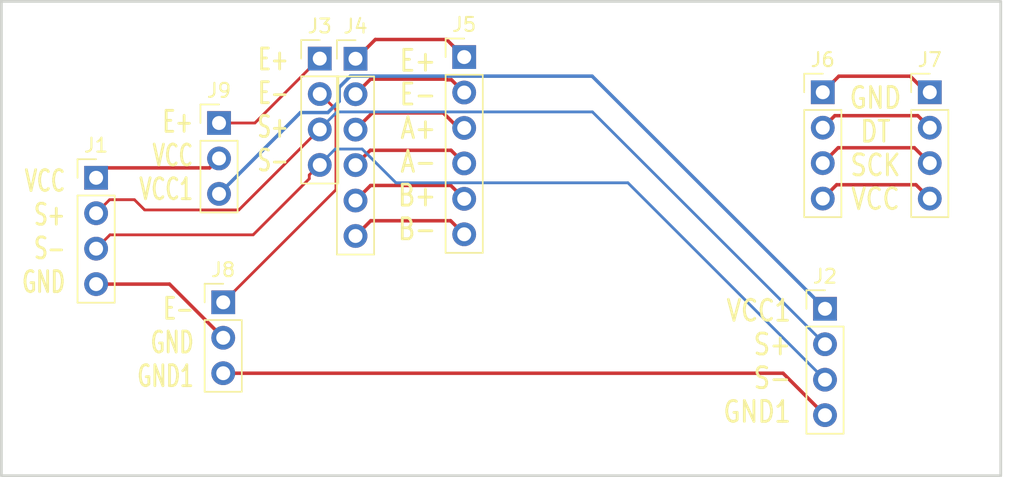
<source format=kicad_pcb>
(kicad_pcb (version 20211014) (generator pcbnew)
  (layers (0 "F.Cu" signal) (31 "B.Cu" signal) (34 "B.Paste" user) (35 "F.Paste" user) (36 "B.SilkS" user "B.Silkscreen") (37 "F.SilkS" user "F.Silkscreen") (38 "B.Mask" user) (39 "F.Mask" user) (44 "Edge.Cuts" user))
  (net 0 "")
  (net 1 "Vcc")
  (net 2 "S+")
  (net 3 "S-")
  (net 4 "Gnd")
  (net 5 "Vcc1")
  (net 6 "Gnd1")
  (net 7 "E+")
  (net 8 "E-")
  (net 9 "Net-(J4-Pad1)")
  (net 10 "Net-(J4-Pad2)")
  (net 11 "Net-(J4-Pad3)")
  (net 12 "Net-(J4-Pad4)")
  (net 13 "Net-(J4-Pad5)")
  (net 14 "Net-(J4-Pad6)")
  (net 15 "Net-(J6-Pad1)")
  (net 16 "Net-(J6-Pad2)")
  (net 17 "Net-(J6-Pad3)")
  (net 18 "Net-(J6-Pad4)")
  (footprint "Connector_PinHeader_2.54mm:PinHeader_1x04_P2.54mm_Vertical" (layer "F.Cu") (at 153.98 92.39)
    (fp_text reference "J2" (at 0 -2.33) (layer "F.SilkS"))
    (fp_text value "Conn_01x04_Male")
    (fp_line (start -1.33 0) (end -1.33 -1.33) (layer "F.SilkS") (width 0.12))
    (fp_line (start 1.33 1.27) (end 1.33 8.95) (layer "F.SilkS") (width 0.12))
    (fp_line (start -1.33 -1.33) (end 0 -1.33) (layer "F.SilkS") (width 0.12))
    (fp_line (start -1.33 8.95) (end 1.33 8.95) (layer "F.SilkS") (width 0.12))
    (fp_line (start -1.33 1.27) (end 1.33 1.27) (layer "F.SilkS") (width 0.12))
    (fp_line (start -1.33 1.27) (end -1.33 8.95) (layer "F.SilkS") (width 0.12))
    (pad "1" thru_hole rect (at 0 0) (size 1.7 1.7) (drill 1) (layers *.Cu *.Mask) (net 5 "Vcc1"))
    (pad "2" thru_hole oval (at 0 2.54) (size 1.7 1.7) (drill 1) (layers *.Cu *.Mask) (net 2 "S+"))
    (pad "3" thru_hole oval (at 0 5.08) (size 1.7 1.7) (drill 1) (layers *.Cu *.Mask) (net 3 "S-"))
    (pad "4" thru_hole oval (at 0 7.62) (size 1.7 1.7) (drill 1) (layers *.Cu *.Mask) (net 6 "Gnd1"))
  )
  (footprint "Connector_PinHeader_2.54mm:PinHeader_1x03_P2.54mm_Vertical" (layer "F.Cu") (at 110.9 91.925)
    (fp_text reference "J8" (at 0 -2.33) (layer "F.SilkS"))
    (fp_text value "Conn_01x03_Male")
    (fp_line (start -1.33 0) (end -1.33 -1.33) (layer "F.SilkS") (width 0.12))
    (fp_line (start -1.33 1.27) (end -1.33 6.41) (layer "F.SilkS") (width 0.12))
    (fp_line (start 1.33 1.27) (end 1.33 6.41) (layer "F.SilkS") (width 0.12))
    (fp_line (start -1.33 -1.33) (end 0 -1.33) (layer "F.SilkS") (width 0.12))
    (fp_line (start -1.33 6.41) (end 1.33 6.41) (layer "F.SilkS") (width 0.12))
    (fp_line (start -1.33 1.27) (end 1.33 1.27) (layer "F.SilkS") (width 0.12))
    (pad "1" thru_hole rect (at 0 0) (size 1.7 1.7) (drill 1) (layers *.Cu *.Mask) (net 8 "E-"))
    (pad "2" thru_hole oval (at 0 2.54) (size 1.7 1.7) (drill 1) (layers *.Cu *.Mask) (net 4 "Gnd"))
    (pad "3" thru_hole oval (at 0 5.08) (size 1.7 1.7) (drill 1) (layers *.Cu *.Mask) (net 6 "Gnd1"))
  )
  (footprint "Connector_PinHeader_2.54mm:PinHeader_1x04_P2.54mm_Vertical" (layer "F.Cu") (at 101.8 83)
    (fp_text reference "J1" (at 0 -2.33) (layer "F.SilkS"))
    (fp_text value "Conn_01x04_Male")
    (fp_line (start -1.33 0) (end -1.33 -1.33) (layer "F.SilkS") (width 0.12))
    (fp_line (start -1.33 1.27) (end -1.33 8.95) (layer "F.SilkS") (width 0.12))
    (fp_line (start -1.33 -1.33) (end 0 -1.33) (layer "F.SilkS") (width 0.12))
    (fp_line (start -1.33 1.27) (end 1.33 1.27) (layer "F.SilkS") (width 0.12))
    (fp_line (start -1.33 8.95) (end 1.33 8.95) (layer "F.SilkS") (width 0.12))
    (fp_line (start 1.33 1.27) (end 1.33 8.95) (layer "F.SilkS") (width 0.12))
    (pad "1" thru_hole rect (at 0 0) (size 1.7 1.7) (drill 1) (layers *.Cu *.Mask) (net 1 "Vcc"))
    (pad "2" thru_hole oval (at 0 2.54) (size 1.7 1.7) (drill 1) (layers *.Cu *.Mask) (net 2 "S+"))
    (pad "3" thru_hole oval (at 0 5.08) (size 1.7 1.7) (drill 1) (layers *.Cu *.Mask) (net 3 "S-"))
    (pad "4" thru_hole oval (at 0 7.62) (size 1.7 1.7) (drill 1) (layers *.Cu *.Mask) (net 4 "Gnd"))
  )
  (footprint "Connector_PinHeader_2.54mm:PinHeader_1x03_P2.54mm_Vertical" (layer "F.Cu") (at 110.6 79.075)
    (fp_text reference "J9" (at 0 -2.33) (layer "F.SilkS"))
    (fp_text value "Conn_01x03_Male")
    (fp_line (start -1.33 0) (end -1.33 -1.33) (layer "F.SilkS") (width 0.12))
    (fp_line (start 1.33 1.27) (end 1.33 6.41) (layer "F.SilkS") (width 0.12))
    (fp_line (start -1.33 -1.33) (end 0 -1.33) (layer "F.SilkS") (width 0.12))
    (fp_line (start -1.33 1.27) (end 1.33 1.27) (layer "F.SilkS") (width 0.12))
    (fp_line (start -1.33 1.27) (end -1.33 6.41) (layer "F.SilkS") (width 0.12))
    (fp_line (start -1.33 6.41) (end 1.33 6.41) (layer "F.SilkS") (width 0.12))
    (pad "1" thru_hole rect (at 0 0) (size 1.7 1.7) (drill 1) (layers *.Cu *.Mask) (net 7 "E+"))
    (pad "2" thru_hole oval (at 0 2.54) (size 1.7 1.7) (drill 1) (layers *.Cu *.Mask) (net 1 "Vcc"))
    (pad "3" thru_hole oval (at 0 5.08) (size 1.7 1.7) (drill 1) (layers *.Cu *.Mask) (net 5 "Vcc1"))
  )
  (footprint "Connector_PinHeader_2.54mm:PinHeader_1x06_P2.54mm_Vertical" (layer "F.Cu") (at 120.37 74.47)
    (fp_text reference "J4" (at 0 -2.33) (layer "F.SilkS"))
    (fp_text value "Conn_01x06_Male")
    (fp_line (start -1.33 -1.33) (end 0 -1.33) (layer "F.SilkS") (width 0.12))
    (fp_line (start -1.33 14.03) (end 1.33 14.03) (layer "F.SilkS") (width 0.12))
    (fp_line (start -1.33 0) (end -1.33 -1.33) (layer "F.SilkS") (width 0.12))
    (fp_line (start -1.33 1.27) (end -1.33 14.03) (layer "F.SilkS") (width 0.12))
    (fp_line (start 1.33 1.27) (end 1.33 14.03) (layer "F.SilkS") (width 0.12))
    (fp_line (start -1.33 1.27) (end 1.33 1.27) (layer "F.SilkS") (width 0.12))
    (pad "1" thru_hole rect (at 0 0) (size 1.7 1.7) (drill 1) (layers *.Cu *.Mask) (net 9 "Net-(J4-Pad1)"))
    (pad "2" thru_hole oval (at 0 2.54) (size 1.7 1.7) (drill 1) (layers *.Cu *.Mask) (net 10 "Net-(J4-Pad2)"))
    (pad "3" thru_hole oval (at 0 5.08) (size 1.7 1.7) (drill 1) (layers *.Cu *.Mask) (net 11 "Net-(J4-Pad3)"))
    (pad "4" thru_hole oval (at 0 7.62) (size 1.7 1.7) (drill 1) (layers *.Cu *.Mask) (net 12 "Net-(J4-Pad4)"))
    (pad "5" thru_hole oval (at 0 10.16) (size 1.7 1.7) (drill 1) (layers *.Cu *.Mask) (net 13 "Net-(J4-Pad5)"))
    (pad "6" thru_hole oval (at 0 12.7) (size 1.7 1.7) (drill 1) (layers *.Cu *.Mask) (net 14 "Net-(J4-Pad6)"))
  )
  (footprint "Connector_PinHeader_2.54mm:PinHeader_1x04_P2.54mm_Vertical" (layer "F.Cu") (at 117.81 74.46)
    (fp_text reference "J3" (at 0 -2.33) (layer "F.SilkS"))
    (fp_text value "Conn_01x04_Male")
    (fp_line (start -1.33 1.27) (end -1.33 8.95) (layer "F.SilkS") (width 0.12))
    (fp_line (start -1.33 0) (end -1.33 -1.33) (layer "F.SilkS") (width 0.12))
    (fp_line (start -1.33 8.95) (end 1.33 8.95) (layer "F.SilkS") (width 0.12))
    (fp_line (start -1.33 1.27) (end 1.33 1.27) (layer "F.SilkS") (width 0.12))
    (fp_line (start 1.33 1.27) (end 1.33 8.95) (layer "F.SilkS") (width 0.12))
    (fp_line (start -1.33 -1.33) (end 0 -1.33) (layer "F.SilkS") (width 0.12))
    (pad "1" thru_hole rect (at 0 0) (size 1.7 1.7) (drill 1) (layers *.Cu *.Mask) (net 7 "E+"))
    (pad "2" thru_hole oval (at 0 2.54) (size 1.7 1.7) (drill 1) (layers *.Cu *.Mask) (net 8 "E-"))
    (pad "3" thru_hole oval (at 0 5.08) (size 1.7 1.7) (drill 1) (layers *.Cu *.Mask) (net 2 "S+"))
    (pad "4" thru_hole oval (at 0 7.62) (size 1.7 1.7) (drill 1) (layers *.Cu *.Mask) (net 3 "S-"))
  )
  (footprint "Connector_PinHeader_2.54mm:PinHeader_1x04_P2.54mm_Vertical" (layer "F.Cu") (at 161.48 76.87)
    (fp_text reference "J7" (at 0 -2.33) (layer "F.SilkS"))
    (fp_text value "Conn_01x04_Male")
    (fp_line (start 1.33 1.27) (end 1.33 8.95) (layer "F.SilkS") (width 0.12))
    (fp_line (start -1.33 -1.33) (end 0 -1.33) (layer "F.SilkS") (width 0.12))
    (fp_line (start -1.33 8.95) (end 1.33 8.95) (layer "F.SilkS") (width 0.12))
    (fp_line (start -1.33 1.27) (end 1.33 1.27) (layer "F.SilkS") (width 0.12))
    (fp_line (start -1.33 1.27) (end -1.33 8.95) (layer "F.SilkS") (width 0.12))
    (fp_line (start -1.33 0) (end -1.33 -1.33) (layer "F.SilkS") (width 0.12))
    (pad "1" thru_hole rect (at 0 0) (size 1.7 1.7) (drill 1) (layers *.Cu *.Mask) (net 15 "Net-(J6-Pad1)"))
    (pad "2" thru_hole oval (at 0 2.54) (size 1.7 1.7) (drill 1) (layers *.Cu *.Mask) (net 16 "Net-(J6-Pad2)"))
    (pad "3" thru_hole oval (at 0 5.08) (size 1.7 1.7) (drill 1) (layers *.Cu *.Mask) (net 17 "Net-(J6-Pad3)"))
    (pad "4" thru_hole oval (at 0 7.62) (size 1.7 1.7) (drill 1) (layers *.Cu *.Mask) (net 18 "Net-(J6-Pad4)"))
  )
  (footprint "Connector_PinHeader_2.54mm:PinHeader_1x04_P2.54mm_Vertical" (layer "F.Cu") (at 153.82 76.87)
    (fp_text reference "J6" (at 0 -2.33) (layer "F.SilkS"))
    (fp_text value "Conn_01x04_Male")
    (fp_line (start -1.33 1.27) (end 1.33 1.27) (layer "F.SilkS") (width 0.12))
    (fp_line (start -1.33 8.95) (end 1.33 8.95) (layer "F.SilkS") (width 0.12))
    (fp_line (start 1.33 1.27) (end 1.33 8.95) (layer "F.SilkS") (width 0.12))
    (fp_line (start -1.33 -1.33) (end 0 -1.33) (layer "F.SilkS") (width 0.12))
    (fp_line (start -1.33 1.27) (end -1.33 8.95) (layer "F.SilkS") (width 0.12))
    (fp_line (start -1.33 0) (end -1.33 -1.33) (layer "F.SilkS") (width 0.12))
    (pad "1" thru_hole rect (at 0 0) (size 1.7 1.7) (drill 1) (layers *.Cu *.Mask) (net 15 "Net-(J6-Pad1)"))
    (pad "2" thru_hole oval (at 0 2.54) (size 1.7 1.7) (drill 1) (layers *.Cu *.Mask) (net 16 "Net-(J6-Pad2)"))
    (pad "3" thru_hole oval (at 0 5.08) (size 1.7 1.7) (drill 1) (layers *.Cu *.Mask) (net 17 "Net-(J6-Pad3)"))
    (pad "4" thru_hole oval (at 0 7.62) (size 1.7 1.7) (drill 1) (layers *.Cu *.Mask) (net 18 "Net-(J6-Pad4)"))
  )
  (footprint "Connector_PinHeader_2.54mm:PinHeader_1x06_P2.54mm_Vertical" (layer "F.Cu") (at 128.15 74.35)
    (fp_text reference "J5" (at 0 -2.33) (layer "F.SilkS"))
    (fp_text value "Conn_01x06_Male")
    (fp_line (start 1.33 1.27) (end 1.33 14.03) (layer "F.SilkS") (width 0.12))
    (fp_line (start -1.33 14.03) (end 1.33 14.03) (layer "F.SilkS") (width 0.12))
    (fp_line (start -1.33 1.27) (end 1.33 1.27) (layer "F.SilkS") (width 0.12))
    (fp_line (start -1.33 0) (end -1.33 -1.33) (layer "F.SilkS") (width 0.12))
    (fp_line (start -1.33 1.27) (end -1.33 14.03) (layer "F.SilkS") (width 0.12))
    (fp_line (start -1.33 -1.33) (end 0 -1.33) (layer "F.SilkS") (width 0.12))
    (pad "1" thru_hole rect (at 0 0) (size 1.7 1.7) (drill 1) (layers *.Cu *.Mask) (net 9 "Net-(J4-Pad1)"))
    (pad "2" thru_hole oval (at 0 2.54) (size 1.7 1.7) (drill 1) (layers *.Cu *.Mask) (net 10 "Net-(J4-Pad2)"))
    (pad "3" thru_hole oval (at 0 5.08) (size 1.7 1.7) (drill 1) (layers *.Cu *.Mask) (net 11 "Net-(J4-Pad3)"))
    (pad "4" thru_hole oval (at 0 7.62) (size 1.7 1.7) (drill 1) (layers *.Cu *.Mask) (net 12 "Net-(J4-Pad4)"))
    (pad "5" thru_hole oval (at 0 10.16) (size 1.7 1.7) (drill 1) (layers *.Cu *.Mask) (net 13 "Net-(J4-Pad5)"))
    (pad "6" thru_hole oval (at 0 12.7) (size 1.7 1.7) (drill 1) (layers *.Cu *.Mask) (net 14 "Net-(J4-Pad6)"))
  )
  (gr_rect (start 166.56 104.35) (end 95.02 70.36) (layer "Edge.Cuts") (width 0.2) (fill none))
  (gr_text "E+\nE-\nA+\nA-\nB+\nB-" (at 126.25 80.65) (layer "F.SilkS") (effects (font (size 1.5 1.2) (thickness 0.2)) (justify right)))
  (gr_text "GND\nDT\nSCK\nVCC" (at 157.59 80.9) (layer "F.SilkS") (effects (font (size 1.5 1.2) (thickness 0.2))))
  (gr_text "VCC\nS+\nS-\nGND" (at 99.7 86.85) (layer "F.SilkS") (effects (font (size 1.5 1) (thickness 0.2)) (justify right)))
  (gr_text "VCC1\nS+\nS-\nGND1" (at 151.65 96.15) (layer "F.SilkS") (effects (font (size 1.5 1.2) (thickness 0.2)) (justify right)))
  (gr_text "E+\nE-\nS+\nS-" (at 115.69 78.14) (layer "F.SilkS") (effects (font (size 1.5 1) (thickness 0.2)) (justify right)))
  (gr_text "E-\nGND\nGND1\n" (at 108.9 94.8) (layer "F.SilkS") (effects (font (size 1.5 1) (thickness 0.2)) (justify right)))
  (gr_text "E+\nVCC\nVCC1" (at 108.85 81.4) (layer "F.SilkS") (effects (font (size 1.5 1) (thickness 0.2)) (justify right)))
  (segment (start 109.925 82.29) (end 110.6 81.615) (width 0.25) (layer "F.Cu") (net 1))
  (segment (start 102.51 82.29) (end 109.925 82.29) (width 0.25) (layer "F.Cu") (net 1))
  (segment (start 101.8 83) (end 102.51 82.29) (width 0.25) (layer "F.Cu") (net 1))
  (segment (start 105.274511 85.304511) (end 112.015489 85.304511) (width 0.2) (layer "F.Cu") (net 2))
  (segment (start 101.8 85.54) (end 102.77 84.57) (width 0.2) (layer "F.Cu") (net 2))
  (segment (start 112.015489 85.304511) (end 117.82 79.5) (width 0.2) (layer "F.Cu") (net 2))
  (segment (start 104.54 84.57) (end 105.274511 85.304511) (width 0.2) (layer "F.Cu") (net 2))
  (segment (start 102.77 84.57) (end 104.54 84.57) (width 0.2) (layer "F.Cu") (net 2))
  (segment (start 119.039511 78.280489) (end 117.82 79.5) (width 0.2) (layer "B.Cu") (net 2))
  (segment (start 137.330489 78.280489) (end 119.039511 78.280489) (width 0.2) (layer "B.Cu") (net 2))
  (segment (start 153.98 94.93) (end 137.330489 78.280489) (width 0.2) (layer "B.Cu") (net 2))
  (segment (start 117.06 82.8) (end 117.82 82.04) (width 0.2) (layer "F.Cu") (net 3))
  (segment (start 113.04 87.09) (end 117.06 83.07) (width 0.2) (layer "F.Cu") (net 3))
  (segment (start 101.8 88.08) (end 102.79 87.09) (width 0.2) (layer "F.Cu") (net 3))
  (segment (start 117.06 83.07) (end 117.06 82.8) (width 0.2) (layer "F.Cu") (net 3))
  (segment (start 102.79 87.09) (end 113.04 87.09) (width 0.2) (layer "F.Cu") (net 3))
  (segment (start 118.919511 80.940489) (end 117.82 82.04) (width 0.2) (layer "B.Cu") (net 3))
  (segment (start 139.870489 83.360489) (end 123.266144 83.360489) (width 0.2) (layer "B.Cu") (net 3))
  (segment (start 120.846144 80.940489) (end 118.919511 80.940489) (width 0.2) (layer "B.Cu") (net 3))
  (segment (start 123.266144 83.360489) (end 120.846144 80.940489) (width 0.2) (layer "B.Cu") (net 3))
  (segment (start 153.98 97.47) (end 139.870489 83.360489) (width 0.2) (layer "B.Cu") (net 3))
  (segment (start 107.055 90.62) (end 110.9 94.465) (width 0.25) (layer "F.Cu") (net 4))
  (segment (start 101.8 90.62) (end 107.055 90.62) (width 0.25) (layer "F.Cu") (net 4))
  (segment (start 137.305489 75.715489) (end 120.003501 75.715489) (width 0.25) (layer "B.Cu") (net 5))
  (segment (start 119.195489 77.524149) (end 118.394149 78.325489) (width 0.25) (layer "B.Cu") (net 5))
  (segment (start 118.394149 78.325489) (end 116.429511 78.325489) (width 0.25) (layer "B.Cu") (net 5))
  (segment (start 153.98 92.39) (end 137.305489 75.715489) (width 0.25) (layer "B.Cu") (net 5))
  (segment (start 120.003501 75.715489) (end 119.195489 76.523501) (width 0.25) (layer "B.Cu") (net 5))
  (segment (start 119.195489 76.523501) (end 119.195489 77.524149) (width 0.25) (layer "B.Cu") (net 5))
  (segment (start 116.429511 78.325489) (end 110.6 84.155) (width 0.25) (layer "B.Cu") (net 5))
  (segment (start 110.9 97.005) (end 150.975 97.005) (width 0.25) (layer "F.Cu") (net 6))
  (segment (start 150.975 97.005) (end 153.98 100.01) (width 0.25) (layer "F.Cu") (net 6))
  (segment (start 113.165 79.075) (end 117.82 74.42) (width 0.2) (layer "F.Cu") (net 7))
  (segment (start 110.6 79.075) (end 113.165 79.075) (width 0.2) (layer "F.Cu") (net 7))
  (segment (start 110.9 91.925) (end 118.969511 83.855489) (width 0.2) (layer "F.Cu") (net 8))
  (segment (start 118.969511 78.109511) (end 117.82 76.96) (width 0.2) (layer "F.Cu") (net 8))
  (segment (start 118.969511 83.855489) (end 118.969511 78.109511) (width 0.2) (layer "F.Cu") (net 8))
  (segment (start 126.89 73.09) (end 128.15 74.35) (width 0.25) (layer "F.Cu") (net 9))
  (segment (start 120.37 74.47) (end 120.41 74.47) (width 0.25) (layer "F.Cu") (net 9))
  (segment (start 128.03 74.47) (end 128.15 74.35) (width 0.25) (layer "F.Cu") (net 9))
  (segment (start 120.41 74.47) (end 121.79 73.09) (width 0.25) (layer "F.Cu") (net 9))
  (segment (start 121.79 73.09) (end 126.89 73.09) (width 0.25) (layer "F.Cu") (net 9))
  (segment (start 128.03 77.01) (end 128.15 76.89) (width 0.25) (layer "F.Cu") (net 10))
  (segment (start 126.86 75.93) (end 126.91 75.98) (width 0.25) (layer "F.Cu") (net 10))
  (segment (start 121.45 75.93) (end 126.86 75.93) (width 0.25) (layer "F.Cu") (net 10))
  (segment (start 120.37 77.01) (end 121.45 75.93) (width 0.25) (layer "F.Cu") (net 10))
  (segment (start 126.91 75.98) (end 127.24 75.98) (width 0.25) (layer "F.Cu") (net 10))
  (segment (start 127.24 75.98) (end 128.15 76.89) (width 0.25) (layer "F.Cu") (net 10))
  (segment (start 128.03 79.55) (end 128.15 79.43) (width 0.25) (layer "F.Cu") (net 11))
  (segment (start 126.65 78.35) (end 127.73 79.43) (width 0.25) (layer "F.Cu") (net 11))
  (segment (start 120.37 79.55) (end 121.57 78.35) (width 0.25) (layer "F.Cu") (net 11))
  (segment (start 127.73 79.43) (end 128.15 79.43) (width 0.25) (layer "F.Cu") (net 11))
  (segment (start 121.57 78.35) (end 126.65 78.35) (width 0.25) (layer "F.Cu") (net 11))
  (segment (start 120.37 82.09) (end 121.43 81.03) (width 0.25) (layer "F.Cu") (net 12))
  (segment (start 127.21 81.03) (end 128.15 81.97) (width 0.25) (layer "F.Cu") (net 12))
  (segment (start 128.03 82.09) (end 128.15 81.97) (width 0.25) (layer "F.Cu") (net 12))
  (segment (start 121.43 81.03) (end 127.21 81.03) (width 0.25) (layer "F.Cu") (net 12))
  (segment (start 121.45 83.55) (end 127.19 83.55) (width 0.25) (layer "F.Cu") (net 13))
  (segment (start 128.03 84.63) (end 128.15 84.51) (width 0.25) (layer "F.Cu") (net 13))
  (segment (start 120.37 84.63) (end 121.45 83.55) (width 0.25) (layer "F.Cu") (net 13))
  (segment (start 127.19 83.55) (end 128.15 84.51) (width 0.25) (layer "F.Cu") (net 13))
  (segment (start 120.37 87.17) (end 121.46 86.08) (width 0.25) (layer "F.Cu") (net 14))
  (segment (start 121.46 86.08) (end 127.18 86.08) (width 0.25) (layer "F.Cu") (net 14))
  (segment (start 128.03 87.17) (end 128.15 87.05) (width 0.25) (layer "F.Cu") (net 14))
  (segment (start 127.18 86.08) (end 128.15 87.05) (width 0.25) (layer "F.Cu") (net 14))
  (segment (start 153.82 76.87) (end 154.97 75.72) (width 0.25) (layer "F.Cu") (net 15))
  (segment (start 160.08 75.72) (end 161.23 76.87) (width 0.25) (layer "F.Cu") (net 15))
  (segment (start 154.97 75.72) (end 160.08 75.72) (width 0.25) (layer "F.Cu") (net 15))
  (segment (start 161.23 76.87) (end 161.48 76.87) (width 0.25) (layer "F.Cu") (net 15))
  (segment (start 153.82 79.41) (end 154.68 78.55) (width 0.25) (layer "F.Cu") (net 16))
  (segment (start 154.68 78.55) (end 160.62 78.55) (width 0.25) (layer "F.Cu") (net 16))
  (segment (start 160.62 78.55) (end 161.48 79.41) (width 0.25) (layer "F.Cu") (net 16))
  (segment (start 153.82 81.95) (end 154.92 80.85) (width 0.25) (layer "F.Cu") (net 17))
  (segment (start 160.38 80.85) (end 161.48 81.95) (width 0.25) (layer "F.Cu") (net 17))
  (segment (start 154.92 80.85) (end 160.38 80.85) (width 0.25) (layer "F.Cu") (net 17))
  (segment (start 154.81 83.5) (end 160.49 83.5) (width 0.25) (layer "F.Cu") (net 18))
  (segment (start 153.82 84.49) (end 154.81 83.5) (width 0.25) (layer "F.Cu") (net 18))
  (segment (start 160.49 83.5) (end 161.48 84.49) (width 0.25) (layer "F.Cu") (net 18))
)
</source>
